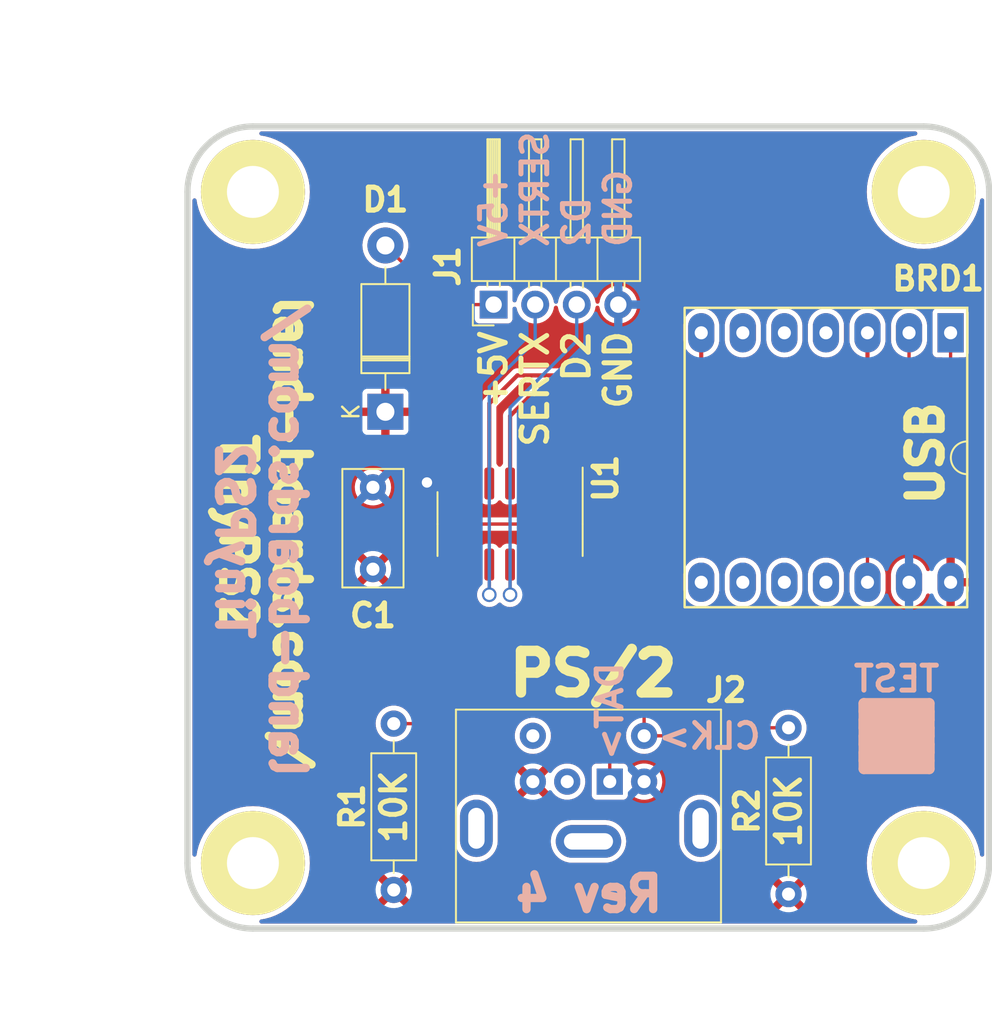
<source format=kicad_pcb>
(kicad_pcb (version 20211014) (generator pcbnew)
  (title_block (date "28 mar 2015") (rev "X1"))
  (layers (0 "F.Cu" signal "Front") (31 "B.Cu" signal "Back") (34 "B.Paste" user) (35 "F.Paste" user) (36 "B.SilkS" user "B.Silkscreen") (37 "F.SilkS" user "F.Silkscreen") (38 "B.Mask" user) (39 "F.Mask" user) (44 "Edge.Cuts" user))
  (net 0 "")
  (net 1 "GND")
  (net 2 "/SERTX")
  (net 5 "/KBTX5")
  (net 6 "/KBDAT5")
  (net 7 "/KBCLK5")
  (net 8 "/KBCLK3")
  (net 9 "/KBDAT3")
  (net 14 "+3V3")
  (net 15 "Net-(J1-Pad1)")
  (net 16 "/D2V3")
  (net 20 "+5VD")
  (net 21 "/D2V5")
  (footprint "Capacitor_THT:C_Rect_L7.0mm_W3.5mm_P5.00mm" (layer "F.Cu") (at 21.336 37.044 90)
    (fp_text reference "C1" (at -2.834 0 180) (layer "F.SilkS") (effects (font (size 1.4 1.4) (thickness 0.32))))
    (fp_text value "0.1uF")
    (fp_line (start 6.12 -1.87) (end 6.12 1.87) (layer "F.SilkS") (width 0.12))
    (fp_line (start -1.12 -1.87) (end 6.12 -1.87) (layer "F.SilkS") (width 0.12))
    (fp_line (start -1.12 1.87) (end 6.12 1.87) (layer "F.SilkS") (width 0.12))
    (fp_line (start -1.12 -1.87) (end -1.12 1.87) (layer "F.SilkS") (width 0.12))
    (pad "1" thru_hole circle (at 0 0 90) (size 1.6 1.6) (drill 0.8) (layers *.Cu *.Mask) (net 20 "+5VD"))
    (pad "2" thru_hole circle (at 5 0 90) (size 1.6 1.6) (drill 0.8) (layers *.Cu *.Mask) (net 1 "GND"))
  )
  (footprint "Connector_PinHeader_2.54mm:PinHeader_1x04_P2.54mm_Horizontal" (layer "F.Cu") (at 28.712 20.885 90)
    (fp_text reference "J1" (at 2.343 -2.804 90) (layer "F.SilkS") (effects (font (size 1.4 1.4) (thickness 0.32))))
    (fp_text value "Conn_01x04")
    (fp_line (start 4.1 -0.32) (end 10.1 -0.32) (layer "F.SilkS") (width 0.12))
    (fp_line (start 1.44 6.35) (end 4.1 6.35) (layer "F.SilkS") (width 0.12))
    (fp_line (start 1.042929 2.92) (end 1.44 2.92) (layer "F.SilkS") (width 0.12))
    (fp_line (start 10.1 2.92) (end 4.1 2.92) (layer "F.SilkS") (width 0.12))
    (fp_line (start 4.1 0.04) (end 10.1 0.04) (layer "F.SilkS") (width 0.12))
    (fp_line (start 10.1 8) (end 4.1 8) (layer "F.SilkS") (width 0.12))
    (fp_line (start 1.042929 8) (end 1.44 8) (layer "F.SilkS") (width 0.12))
    (fp_line (start 1.44 3.81) (end 4.1 3.81) (layer "F.SilkS") (width 0.12))
    (fp_line (start -1.27 0) (end -1.27 -1.27) (layer "F.SilkS") (width 0.12))
    (fp_line (start 1.042929 4.7) (end 1.44 4.7) (layer "F.SilkS") (width 0.12))
    (fp_line (start 4.1 -0.08) (end 10.1 -0.08) (layer "F.SilkS") (width 0.12))
    (fp_line (start 1.042929 5.46) (end 1.44 5.46) (layer "F.SilkS") (width 0.12))
    (fp_line (start 1.44 -1.33) (end 1.44 8.95) (layer "F.SilkS") (width 0.12))
    (fp_line (start 4.1 0.16) (end 10.1 0.16) (layer "F.SilkS") (width 0.12))
    (fp_line (start 1.44 8.95) (end 4.1 8.95) (layer "F.SilkS") (width 0.12))
    (fp_line (start 1.042929 7.24) (end 1.44 7.24) (layer "F.SilkS") (width 0.12))
    (fp_line (start 10.1 4.7) (end 10.1 5.46) (layer "F.SilkS") (width 0.12))
    (fp_line (start 10.1 -0.38) (end 10.1 0.38) (layer "F.SilkS") (width 0.12))
    (fp_line (start 1.11 -0.38) (end 1.44 -0.38) (layer "F.SilkS") (width 0.12))
    (fp_line (start 1.042929 2.16) (end 1.44 2.16) (layer "F.SilkS") (width 0.12))
    (fp_line (start 4.1 0.28) (end 10.1 0.28) (layer "F.SilkS") (width 0.12))
    (fp_line (start 10.1 0.38) (end 4.1 0.38) (layer "F.SilkS") (width 0.12))
    (fp_line (start 1.11 0.38) (end 1.44 0.38) (layer "F.SilkS") (width 0.12))
    (fp_line (start 10.1 2.16) (end 10.1 2.92) (layer "F.SilkS") (width 0.12))
    (fp_line (start 4.1 -0.2) (end 10.1 -0.2) (layer "F.SilkS") (width 0.12))
    (fp_line (start 10.1 7.24) (end 10.1 8) (layer "F.SilkS") (width 0.12))
    (fp_line (start -1.27 -1.27) (end 0 -1.27) (layer "F.SilkS") (width 0.12))
    (fp_line (start 4.1 8.95) (end 4.1 -1.33) (layer "F.SilkS") (width 0.12))
    (fp_line (start 1.44 1.27) (end 4.1 1.27) (layer "F.SilkS") (width 0.12))
    (fp_line (start 4.1 2.16) (end 10.1 2.16) (layer "F.SilkS") (width 0.12))
    (fp_line (start 4.1 -0.38) (end 10.1 -0.38) (layer "F.SilkS") (width 0.12))
    (fp_line (start 10.1 5.46) (end 4.1 5.46) (layer "F.SilkS") (width 0.12))
    (fp_line (start 4.1 -1.33) (end 1.44 -1.33) (layer "F.SilkS") (width 0.12))
    (fp_line (start 4.1 4.7) (end 10.1 4.7) (layer "F.SilkS") (width 0.12))
    (fp_line (start 4.1 7.24) (end 10.1 7.24) (layer "F.SilkS") (width 0.12))
    (pad "1" thru_hole rect (at 0 0 90) (size 1.7 1.7) (drill 1) (layers *.Cu *.Mask) (net 15 "Net-(J1-Pad1)"))
    (pad "2" thru_hole oval (at 0 2.54 90) (size 1.7 1.7) (drill 1) (layers *.Cu *.Mask) (net 5 "/KBTX5"))
    (pad "3" thru_hole oval (at 0 5.08 90) (size 1.7 1.7) (drill 1) (layers *.Cu *.Mask) (net 21 "/D2V5"))
    (pad "4" thru_hole oval (at 0 7.62 90) (size 1.7 1.7) (drill 1) (layers *.Cu *.Mask) (net 1 "GND"))
  )
  (footprint "Package_SO:SO-14_3.9x8.65mm_P1.27mm" (layer "F.Cu") (at 29.718 34.29 -90)
    (fp_text reference "U1" (at -2.794 -5.842 90) (layer "F.SilkS") (effects (font (size 1.4 1.4) (thickness 0.32))))
    (fp_text value "TXS0104")
    (fp_line (start 0 4.435) (end -1.95 4.435) (layer "F.SilkS") (width 0.12))
    (fp_line (start 0 -4.435) (end -3.45 -4.435) (layer "F.SilkS") (width 0.12))
    (fp_line (start 0 -4.435) (end 1.95 -4.435) (layer "F.SilkS") (width 0.12))
    (fp_line (start 0 4.435) (end 1.95 4.435) (layer "F.SilkS") (width 0.12))
    (pad "1" smd roundrect (at -2.475 -3.81 270) (size 1.95 0.6) (layers "F.Cu" "F.Paste" "F.Mask") (net 14 "+3V3"))
    (pad "2" smd roundrect (at -2.475 -2.54 270) (size 1.95 0.6) (layers "F.Cu" "F.Paste" "F.Mask") (net 8 "/KBCLK3"))
    (pad "3" smd roundrect (at -2.475 -1.27 270) (size 1.95 0.6) (layers "F.Cu" "F.Paste" "F.Mask") (net 9 "/KBDAT3"))
    (pad "4" smd roundrect (at -2.475 0 270) (size 1.95 0.6) (layers "F.Cu" "F.Paste" "F.Mask") (net 16 "/D2V3"))
    (pad "5" smd roundrect (at -2.475 1.27 270) (size 1.95 0.6) (layers "F.Cu" "F.Paste" "F.Mask") (net 2 "/SERTX"))
    (pad "6" smd roundrect (at -2.475 2.54 270) (size 1.95 0.6) (layers "F.Cu" "F.Paste" "F.Mask"))
    (pad "7" smd roundrect (at -2.475 3.81 270) (size 1.95 0.6) (layers "F.Cu" "F.Paste" "F.Mask") (net 1 "GND"))
    (pad "8" smd roundrect (at 2.475 3.81 270) (size 1.95 0.6) (layers "F.Cu" "F.Paste" "F.Mask") (net 14 "+3V3"))
    (pad "9" smd roundrect (at 2.475 2.54 270) (size 1.95 0.6) (layers "F.Cu" "F.Paste" "F.Mask"))
    (pad "10" smd roundrect (at 2.475 1.27 270) (size 1.95 0.6) (layers "F.Cu" "F.Paste" "F.Mask") (net 5 "/KBTX5"))
    (pad "11" smd roundrect (at 2.475 0 270) (size 1.95 0.6) (layers "F.Cu" "F.Paste" "F.Mask") (net 21 "/D2V5"))
    (pad "12" smd roundrect (at 2.475 -1.27 270) (size 1.95 0.6) (layers "F.Cu" "F.Paste" "F.Mask") (net 6 "/KBDAT5"))
    (pad "13" smd roundrect (at 2.475 -2.54 270) (size 1.95 0.6) (layers "F.Cu" "F.Paste" "F.Mask") (net 7 "/KBCLK5"))
    (pad "14" smd roundrect (at 2.475 -3.81 270) (size 1.95 0.6) (layers "F.Cu" "F.Paste" "F.Mask") (net 20 "+5VD"))
  )
  (footprint "LandBoards_Conns:Connector_Mini-DIN_Female_6Pin_2rows" (layer "F.Cu") (at 35.81 50.025)
    (fp_text reference "J2" (at 7.112 -5.588) (layer "F.SilkS") (effects (font (size 1.4 1.4) (thickness 0.32))))
    (fp_text value "PS2_DIN6")
    (fp_line (start -9.4 8.6) (end 6.8 8.6) (layer "F.SilkS") (width 0.12))
    (fp_line (start 6.8 -4.4) (end 6.8 8.6) (layer "F.SilkS") (width 0.12))
    (fp_line (start -9.4 -4.4) (end 6.8 -4.4) (layer "F.SilkS") (width 0.12))
    (fp_line (start -9.4 -4.4) (end -9.4 8.6) (layer "F.SilkS") (width 0.12))
    (pad "1" thru_hole rect locked (at 0 0) (size 1.6 1.6) (drill 0.8) (layers *.Cu *.Mask) (net 6 "/KBDAT5"))
    (pad "2" thru_hole circle locked (at -2.6 0) (size 1.6 1.6) (drill 0.8) (layers *.Cu *.Mask))
    (pad "3" thru_hole circle locked (at 2.1 0) (size 1.6 1.6) (drill 0.8) (layers *.Cu *.Mask) (net 1 "GND"))
    (pad "4" thru_hole circle locked (at -4.7 0) (size 1.6 1.6) (drill 0.8) (layers *.Cu *.Mask) (net 20 "+5VD"))
    (pad "5" thru_hole circle locked (at 2.1 -2.8) (size 1.6 1.6) (drill 0.8) (layers *.Cu *.Mask) (net 7 "/KBCLK5"))
    (pad "6" thru_hole circle locked (at -4.7 -2.8) (size 1.6 1.6) (drill 0.8) (layers *.Cu *.Mask))
    (pad "7" thru_hole oval locked (at -8.15 2.85) (size 2 3.5) (drill oval 1 2.5) (layers *.Cu *.Mask))
    (pad "7" thru_hole oval locked (at -1.3 3.65) (size 4 2) (drill oval 3 1) (layers *.Cu *.Mask))
    (pad "7" thru_hole oval locked (at 5.55 2.85) (size 2 3.5) (drill oval 1 2.5) (layers *.Cu *.Mask))
  )
  (footprint "Resistor_THT:R_Axial_DIN0207_L6.3mm_D2.5mm_P10.16mm_Horizontal" (layer "F.Cu") (at 46.736 56.896 90)
    (fp_text reference "R2" (at 5.08 -2.54 90) (layer "F.SilkS") (effects (font (size 1.4 1.4) (thickness 0.32))))
    (fp_text value "10K" (at 5.08 0 90) (layer "F.SilkS") (effects (font (size 1.5 1.5) (thickness 0.3))))
    (fp_line (start 1.81 -1.37) (end 1.81 1.37) (layer "F.SilkS") (width 0.12))
    (fp_line (start 9.12 0) (end 8.35 0) (layer "F.SilkS") (width 0.12))
    (fp_line (start 8.35 1.37) (end 8.35 -1.37) (layer "F.SilkS") (width 0.12))
    (fp_line (start 8.35 -1.37) (end 1.81 -1.37) (layer "F.SilkS") (width 0.12))
    (fp_line (start 1.04 0) (end 1.81 0) (layer "F.SilkS") (width 0.12))
    (fp_line (start 1.81 1.37) (end 8.35 1.37) (layer "F.SilkS") (width 0.12))
    (pad "1" thru_hole circle (at 0 0 90) (size 1.6 1.6) (drill 0.8) (layers *.Cu *.Mask) (net 20 "+5VD"))
    (pad "2" thru_hole oval (at 10.16 0 90) (size 1.6 1.6) (drill 0.8) (layers *.Cu *.Mask) (net 7 "/KBCLK5"))
  )
  (footprint "Resistor_THT:R_Axial_DIN0207_L6.3mm_D2.5mm_P10.16mm_Horizontal" (layer "F.Cu") (at 22.606 56.642 90)
    (fp_text reference "R1" (at 5.08 -2.54 90) (layer "F.SilkS") (effects (font (size 1.4 1.4) (thickness 0.32))))
    (fp_text value "10K" (at 5.08 0 90) (layer "F.SilkS") (effects (font (size 1.5 1.5) (thickness 0.3))))
    (fp_line (start 8.35 -1.37) (end 1.81 -1.37) (layer "F.SilkS") (width 0.12))
    (fp_line (start 1.81 -1.37) (end 1.81 1.37) (layer "F.SilkS") (width 0.12))
    (fp_line (start 1.81 1.37) (end 8.35 1.37) (layer "F.SilkS") (width 0.12))
    (fp_line (start 9.12 0) (end 8.35 0) (layer "F.SilkS") (width 0.12))
    (fp_line (start 1.04 0) (end 1.81 0) (layer "F.SilkS") (width 0.12))
    (fp_line (start 8.35 1.37) (end 8.35 -1.37) (layer "F.SilkS") (width 0.12))
    (pad "1" thru_hole circle (at 0 0 90) (size 1.6 1.6) (drill 0.8) (layers *.Cu *.Mask) (net 20 "+5VD"))
    (pad "2" thru_hole oval (at 10.16 0 90) (size 1.6 1.6) (drill 0.8) (layers *.Cu *.Mask) (net 6 "/KBDAT5"))
  )
  (footprint "LandBoards_MountHoles:MTG-4-40" (layer "F.Cu") (at 55 14)
    (fp_text reference "MTG3" hide)
    (fp_text value "MTG_HOLE" hide)
    (pad "1" thru_hole circle locked (at 0 0) (size 6.35 6.35) (drill 3.175) (layers *.Cu *.Mask "F.SilkS"))
  )
  (footprint "LandBoards_BoardOutlines:QT_Py" (layer "F.Cu") (at 56.642 22.606 -90)
    (fp_text reference "BRD1" (at -3.302 0.762 180) (layer "F.SilkS") (effects (font (size 1.4 1.4) (thickness 0.32))))
    (fp_text value "QT_Py")
    (fp_rect (start -1.524 -1.016) (end 16.764 16.256) (layer "F.SilkS") (width 0.15) (fill none))
    (fp_arc (start 8.636 -1.016) (mid 7.636 -0.016) (end 6.636 -1.016) (layer "F.SilkS") (width 0.12))
    (pad "1" thru_hole rect (at 0 0 270) (size 2.4 1.6) (drill 0.8) (layers *.Cu *.Mask) (net 8 "/KBCLK3"))
    (pad "2" thru_hole oval (at 0 2.54 270) (size 2.4 1.6) (drill 0.8) (layers *.Cu *.Mask) (net 9 "/KBDAT3"))
    (pad "3" thru_hole oval (at 0 5.08 270) (size 2.4 1.6) (drill 0.8) (layers *.Cu *.Mask) (net 16 "/D2V3"))
    (pad "4" thru_hole oval (at 0 7.62 270) (size 2.4 1.6) (drill 0.8) (layers *.Cu *.Mask))
    (pad "5" thru_hole oval (at 0 10.16 270) (size 2.4 1.6) (drill 0.8) (layers *.Cu *.Mask))
    (pad "6" thru_hole oval (at 0 12.7 270) (size 2.4 1.6) (drill 0.8) (layers *.Cu *.Mask))
    (pad "7" thru_hole oval (at 0 15.24 270) (size 2.4 1.6) (drill 0.8) (layers *.Cu *.Mask) (net 2 "/SERTX"))
    (pad "8" thru_hole oval (at 15.24 15.24 270) (size 2.4 1.6) (drill 0.8) (layers *.Cu *.Mask))
    (pad "9" thru_hole oval (at 15.24 12.7 270) (size 2.4 1.6) (drill 0.8) (layers *.Cu *.Mask))
    (pad "10" thru_hole oval (at 15.24 10.16 270) (size 2.4 1.6) (drill 0.8) (layers *.Cu *.Mask))
    (pad "11" thru_hole oval (at 15.24 7.62 270) (size 2.4 1.6) (drill 0.8) (layers *.Cu *.Mask))
    (pad "12" thru_hole oval (at 15.24 5.08 270) (size 2.4 1.6) (drill 0.8) (layers *.Cu *.Mask) (net 14 "+3V3"))
    (pad "13" thru_hole oval (at 15.24 2.54 270) (size 2.4 1.6) (drill 0.8) (layers *.Cu *.Mask) (net 1 "GND"))
    (pad "14" thru_hole oval (at 15.24 0 270) (size 2.4 1.6) (drill 0.8) (layers *.Cu *.Mask) (net 20 "+5VD"))
  )
  (footprint "Diode_THT:D_DO-41_SOD81_P10.16mm_Horizontal" (layer "F.Cu") (at 22.098 27.432 90)
    (fp_text reference "D1" (at 12.954 0 180) (layer "F.SilkS") (effects (font (size 1.4 1.4) (thickness 0.32))))
    (fp_text value "1N5819")
    (fp_text user "K" (at 0 -2.1 90) (layer "F.SilkS"))
    (fp_line (start 3.14 -1.47) (end 3.14 1.47) (layer "F.SilkS") (width 0.12))
    (fp_line (start 3.38 -1.47) (end 3.38 1.47) (layer "F.SilkS") (width 0.12))
    (fp_line (start 8.82 0) (end 7.8 0) (layer "F.SilkS") (width 0.12))
    (fp_line (start 2.36 1.47) (end 7.8 1.47) (layer "F.SilkS") (width 0.12))
    (fp_line (start 7.8 -1.47) (end 2.36 -1.47) (layer "F.SilkS") (width 0.12))
    (fp_line (start 7.8 1.47) (end 7.8 -1.47) (layer "F.SilkS") (width 0.12))
    (fp_line (start 2.36 -1.47) (end 2.36 1.47) (layer "F.SilkS") (width 0.12))
    (fp_line (start 3.26 -1.47) (end 3.26 1.47) (layer "F.SilkS") (width 0.12))
    (fp_line (start 1.34 0) (end 2.36 0) (layer "F.SilkS") (width 0.12))
    (pad "1" thru_hole rect (at 0 0 90) (size 2.2 2.2) (drill 1.1) (layers *.Cu *.Mask) (net 20 "+5VD"))
    (pad "2" thru_hole oval (at 10.16 0 90) (size 2.2 2.2) (drill 1.1) (layers *.Cu *.Mask) (net 15 "Net-(J1-Pad1)"))
  )
  (footprint "LandBoards_MountHoles:MTG-4-40" (layer "F.Cu") (at 14 55)
    (fp_text reference "MTG4" hide)
    (fp_text value "MTG_HOLE" hide)
    (pad "1" thru_hole circle locked (at 0 0) (size 6.35 6.35) (drill 3.175) (layers *.Cu *.Mask "F.SilkS"))
  )
  (footprint "LandBoards_MountHoles:MTG-4-40" (layer "F.Cu") (at 14 14)
    (fp_text reference "MTG2" hide)
    (fp_text value "MTG_HOLE" hide)
    (pad "1" thru_hole circle locked (at 0 0) (size 6.35 6.35) (drill 3.175) (layers *.Cu *.Mask "F.SilkS"))
  )
  (footprint "LandBoards_MountHoles:MTG-4-40" (layer "F.Cu") (at 55 55)
    (fp_text reference "MTG1" hide)
    (fp_text value "MTG_HOLE" hide)
    (pad "1" thru_hole circle locked (at 0 0) (size 6.35 6.35) (drill 3.175) (layers *.Cu *.Mask "F.SilkS"))
  )
  (footprint "LandBoards_Marking:TEST_BLK-REAR" (layer "F.Cu") (at 53.34 47.244)
    (fp_text reference "TEST" (at 0 -3.5) (layer "B.SilkS") (effects (font (size 1.524 1.524) (thickness 0.3048)) (justify mirror)))
    (fp_text value "COUPON" hide)
    (fp_line (start 2 0) (end -2 0) (layer "B.SilkS") (width 0.65))
    (fp_line (start -2 -0.5) (end 2 -0.5) (layer "B.SilkS") (width 0.65))
    (fp_line (start -2 -2) (end -2 -1.5) (layer "B.SilkS") (width 0.65))
    (fp_line (start -2 0.5) (end 1.5 0.5) (layer "B.SilkS") (width 0.65))
    (fp_line (start 2 0.5) (end 2 1) (layer "B.SilkS") (width 0.65))
    (fp_line (start 2 2) (end -2 2) (layer "B.SilkS") (width 0.65))
    (fp_line (start -2 0) (end -2 0.5) (layer "B.SilkS") (width 0.65))
    (fp_line (start 2 -0.5) (end 2 0) (layer "B.SilkS") (width 0.65))
    (fp_line (start -2 -2) (end 2 -2) (layer "B.SilkS") (width 0.65))
    (fp_line (start -2 2) (end -2 -2) (layer "B.SilkS") (width 0.65))
    (fp_line (start -2 -1.5) (end 2 -1.5) (layer "B.SilkS") (width 0.65))
    (fp_line (start 2 1) (end -2 1) (layer "B.SilkS") (width 0.65))
    (fp_line (start -2 -1) (end -2 -0.5) (layer "B.SilkS") (width 0.65))
    (fp_line (start 2 -1) (end -2 -1) (layer "B.SilkS") (width 0.65))
    (fp_line (start 1.5 0.5) (end 2 0.5) (layer "B.SilkS") (width 0.65))
    (fp_line (start 2 -2) (end 2 2) (layer "B.SilkS") (width 0.65))
    (fp_line (start -2 1) (end -2 1.5) (layer "B.SilkS") (width 0.65))
    (fp_line (start -2 1.5) (end 2 1.5) (layer "B.SilkS") (width 0.65))
    (fp_line (start 2 -1.5) (end 2 -1) (layer "B.SilkS") (width 0.65))
  )
  (gr_arc (start 14 59) (mid 11.171573 57.828427) (end 10 55) (layer "Edge.Cuts") (width 0.381))
  (gr_line (start 10 55) (end 10 14) (layer "Edge.Cuts") (width 0.381))
  (gr_line (start 55 59) (end 14 59) (layer "Edge.Cuts") (width 0.381))
  (gr_line (start 14 10) (end 55 10) (layer "Edge.Cuts") (width 0.381))
  (gr_line (start 59 14) (end 59 55) (layer "Edge.Cuts") (width 0.381))
  (gr_arc (start 10 14) (mid 11.171573 11.171573) (end 14 10) (layer "Edge.Cuts") (width 0.381))
  (gr_arc (start 59 55) (mid 57.828427 57.828427) (end 55 59) (layer "Edge.Cuts") (width 0.381))
  (gr_arc (start 55 10) (mid 57.828427 11.171573) (end 59 14) (layer "Edge.Cuts") (width 0.381))
  (gr_text "CLK>" (at 41.91 47.244) (layer "B.SilkS") (effects (font (size 1.524 1.524) (thickness 0.3048)) (justify mirror)))
  (gr_text "Rev 4" (at 34.544 56.896) (layer "B.SilkS") (effects (font (size 2.032 2.032) (thickness 0.508)) (justify mirror)))
  (gr_text "land-boards.com/\nTinyPS2" (at 14.478 35.306 270) (layer "B.SilkS") (effects (font (size 2.032 2.032) (thickness 0.508)) (justify mirror)))
  (gr_text "DAT>" (at 35.814 45.72 90) (layer "B.SilkS") (effects (font (size 1.524 1.524) (thickness 0.3048)) (justify mirror)))
  (gr_text "+5V\nSERTX\nD2\nGND" (at 32.512 17.526 90) (layer "B.SilkS") (effects (font (size 1.5748 1.524) (thickness 0.3048)) (justify right mirror)))
  (gr_text "+5V\nSERTX\nD2\nGND" (at 32.512 22.352 90) (layer "F.SilkS") (effects (font (size 1.5748 1.524) (thickness 0.3048)) (justify right)))
  (gr_text "PS/2" (at 34.798 43.434) (layer "F.SilkS") (effects (font (size 2.54 2.54) (thickness 0.635))))
  (gr_text "USB" (at 55.118 29.972 90) (layer "F.SilkS") (effects (font (size 2.032 2.032) (thickness 0.508))))
  (gr_text "land-boards.com/\nTinyPS2" (at 14.732 34.798 270) (layer "F.SilkS") (effects (font (size 2.032 2.032) (thickness 0.508))))
  (segment (start 25.908 31.815) (end 24.703 31.815) (width 0.2032) (layer "F.Cu") (net 1))
  (segment (start 24.703 31.815) (end 24.638 31.75) (width 0.2032) (layer "F.Cu") (net 1))
  (via (at 24.638 31.75) (size 0.889) (drill 0.635) (layers "F.Cu" "B.Cu") (net 1))
  (segment (start 40.830989 25.209011) (end 41.402 24.638) (width 0.254) (layer "F.Cu") (net 2))
  (segment (start 30.162989 25.209011) (end 40.830989 25.209011) (width 0.254) (layer "F.Cu") (net 2))
  (segment (start 41.402 24.638) (end 41.402 22.606) (width 0.254) (layer "F.Cu") (net 2))
  (segment (start 28.448 26.924) (end 30.162989 25.209011) (width 0.254) (layer "F.Cu") (net 2))
  (segment (start 28.448 31.815) (end 28.448 26.924) (width 0.254) (layer "F.Cu") (net 2))
  (segment (start 28.448 36.765) (end 28.448 38.608) (width 0.2032) (layer "F.Cu") (net 5))
  (via (at 28.448 38.608) (size 0.889) (drill 0.635) (layers "F.Cu" "B.Cu") (net 5))
  (segment (start 28.448 25.908) (end 31.252 23.104) (width 0.2032) (layer "B.Cu") (net 5))
  (segment (start 31.252 23.104) (end 31.252 20.885) (width 0.2032) (layer "B.Cu") (net 5))
  (segment (start 28.448 38.608) (end 28.448 27.94) (width 0.2032) (layer "B.Cu") (net 5))
  (segment (start 28.448 27.94) (end 28.448 25.908) (width 0.2032) (layer "B.Cu") (net 5))
  (segment (start 30.988 36.765) (end 30.988 40.64) (width 0.2032) (layer "F.Cu") (net 6))
  (segment (start 35.81 45.462) (end 30.988 40.64) (width 0.2032) (layer "F.Cu") (net 6))
  (segment (start 35.81 50.025) (end 35.81 45.462) (width 0.2032) (layer "F.Cu") (net 6))
  (segment (start 25.146 46.482) (end 22.606 46.482) (width 0.2032) (layer "F.Cu") (net 6))
  (segment (start 30.988 40.64) (end 25.146 46.482) (width 0.2032) (layer "F.Cu") (net 6))
  (segment (start 37.91 47.225) (end 37.91 45.276) (width 0.2032) (layer "F.Cu") (net 7))
  (segment (start 42.183 47.225) (end 42.672 46.736) (width 0.2032) (layer "F.Cu") (net 7))
  (segment (start 37.91 45.276) (end 32.258 39.624) (width 0.2032) (layer "F.Cu") (net 7))
  (segment (start 37.91 47.225) (end 42.183 47.225) (width 0.2032) (layer "F.Cu") (net 7))
  (segment (start 32.258 36.765) (end 32.258 39.624) (width 0.2032) (layer "F.Cu") (net 7))
  (segment (start 46.736 46.736) (end 42.672 46.736) (width 0.2032) (layer "F.Cu") (net 7))
  (segment (start 54.61 28.448) (end 56.642 26.416) (width 0.2032) (layer "F.Cu") (net 8))
  (segment (start 56.642 26.416) (end 56.642 22.606) (width 0.2032) (layer "F.Cu") (net 8))
  (segment (start 33.02 28.448) (end 54.61 28.448) (width 0.2032) (layer "F.Cu") (net 8))
  (segment (start 32.258 29.21) (end 33.02 28.448) (width 0.2032) (layer "F.Cu") (net 8))
  (segment (start 32.258 31.815) (end 32.258 29.21) (width 0.2032) (layer "F.Cu") (net 8))
  (segment (start 30.988 28.448) (end 32.004 27.432) (width 0.2032) (layer "F.Cu") (net 9))
  (segment (start 52.832 27.432) (end 54.102 26.162) (width 0.2032) (layer "F.Cu") (net 9))
  (segment (start 32.004 27.432) (end 52.832 27.432) (width 0.2032) (layer "F.Cu") (net 9))
  (segment (start 54.102 26.162) (end 54.102 22.606) (width 0.2032) (layer "F.Cu") (net 9))
  (segment (start 30.988 31.815) (end 30.988 28.448) (width 0.2032) (layer "F.Cu") (net 9))
  (segment (start 33.528 33.782) (end 33.528 31.815) (width 0.2032) (layer "F.Cu") (net 14))
  (segment (start 26.67 34.29) (end 33.02 34.29) (width 0.2032) (layer "F.Cu") (net 14))
  (segment (start 33.528 33.782) (end 50.8 33.782) (width 0.2032) (layer "F.Cu") (net 14))
  (segment (start 25.908 35.052) (end 26.67 34.29) (width 0.2032) (layer "F.Cu") (net 14))
  (segment (start 51.562 34.544) (end 51.562 37.846) (width 0.2032) (layer "F.Cu") (net 14))
  (segment (start 50.8 33.782) (end 51.562 34.544) (width 0.2032) (layer "F.Cu") (net 14))
  (segment (start 25.908 36.765) (end 25.908 35.052) (width 0.2032) (layer "F.Cu") (net 14))
  (segment (start 33.02 34.29) (end 33.528 33.782) (width 0.2032) (layer "F.Cu") (net 14))
  (segment (start 28.712 20.885) (end 25.711 20.885) (width 0.2032) (layer "F.Cu") (net 15))
  (segment (start 25.711 20.885) (end 22.098 17.272) (width 0.2032) (layer "F.Cu") (net 15))
  (segment (start 29.718 27.686) (end 30.988 26.416) (width 0.254) (layer "F.Cu") (net 16))
  (segment (start 30.988 26.416) (end 50.292 26.416) (width 0.254) (layer "F.Cu") (net 16))
  (segment (start 29.718 31.815) (end 29.718 27.686) (width 0.254) (layer "F.Cu") (net 16))
  (segment (start 51.562 25.146) (end 51.562 22.606) (width 0.254) (layer "F.Cu") (net 16))
  (segment (start 50.292 26.416) (end 51.562 25.146) (width 0.254) (layer "F.Cu") (net 16))
  (segment (start 29.718 36.765) (end 29.718 38.608) (width 0.2032) (layer "F.Cu") (net 21))
  (via (at 29.718 38.608) (size 0.889) (drill 0.635) (layers "F.Cu" "B.Cu") (net 21))
  (segment (start 29.718 27.178) (end 33.792 23.104) (width 0.2032) (layer "B.Cu") (net 21))
  (segment (start 29.718 38.608) (end 29.718 27.178) (width 0.2032) (layer "B.Cu") (net 21))
  (segment (start 33.792 23.104) (end 33.792 20.885) (width 0.2032) (layer "B.Cu") (net 21))
  (zone (net 20) (net_name "+5VD") (layer "F.Cu") (connect_pads (clearance 0.3048)) (min_thickness 0.254) (fill yes (thermal_gap 0.508) (thermal_bridge_width 0.508))
    (polygon (pts (xy 45.306 10) (xy 59.182 10.414) (xy 59.1915 31.3785) (xy 59.1725 59.0455) (xy 13.81 58.895) (xy 10 54.45) (xy 10 13.81) (xy 13.81 10)))
  )
  (zone (net 1) (net_name "GND") (layer "B.Cu") (connect_pads (clearance 0.3048)) (min_thickness 0.254) (fill yes (thermal_gap 0.508) (thermal_bridge_width 0.508))
    (polygon (pts (xy 13.81 10) (xy 55.085 10) (xy 58.895 13.81) (xy 58.895 55.085) (xy 55.085 58.895) (xy 13.81 58.895) (xy 10 54.45) (xy 10 13.81)))
  )
)
</source>
